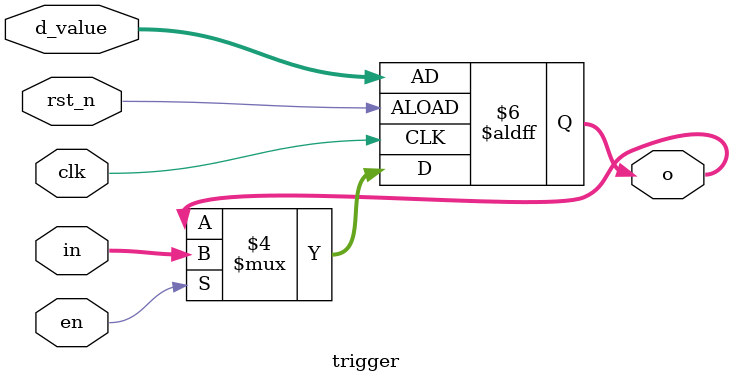
<source format=v>
`timescale 1ns / 1ps
module trigger(
input [3:0] in,
input en,
input clk,
input rst_n,
input [3:0] d_value,
output reg [3:0] o
);

always@(posedge	clk or negedge rst_n)
begin
if(~rst_n)
	o <= d_value;
else
begin
	if (en)
		o <= in;
	else
		o <= o;
end
end

endmodule

</source>
